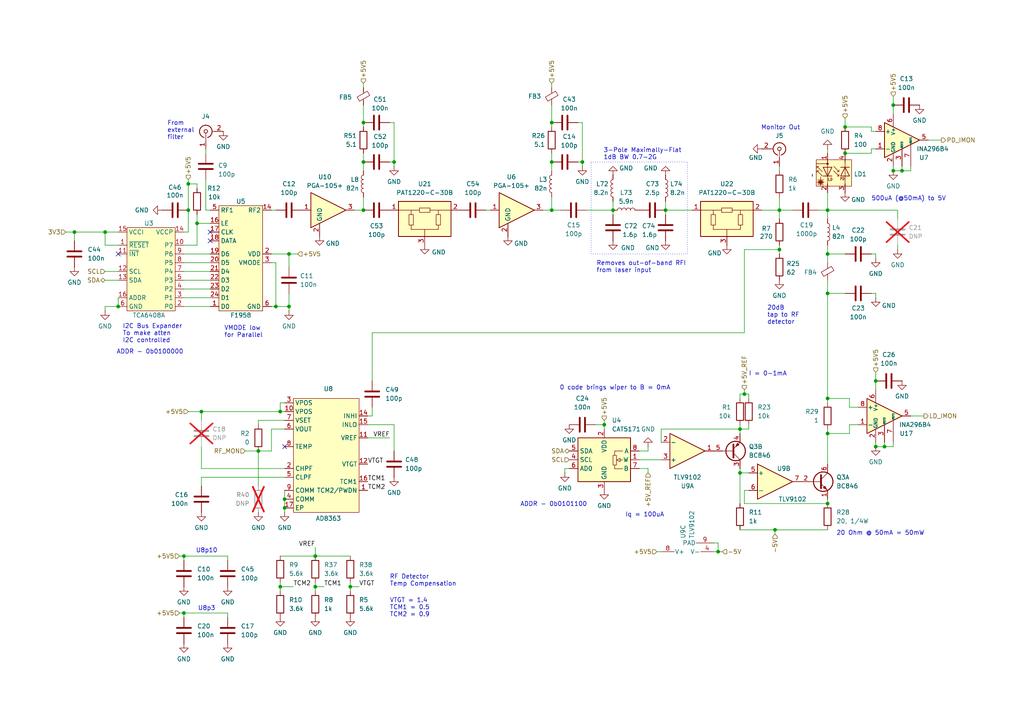
<source format=kicad_sch>
(kicad_sch (version 20250114) (generator "eeschema") (generator_version "9.0")
  (paper "A4")
  (title_block (title "FTX schematic") (date "2024-07-01") (rev "4") (company "Caltech") (comment 1 "Kiran Shila") (comment 2 "Drawing ASP-310") (comment 3 "DSA2000"))
  (rectangle (start 171.45 46.99) (end 199.39 73.66) (stroke (width 0) (type dot)))
  (text "3-Pole Maximally-Flat\n1dB BW 0.7-2G" (at 175.006 46.482 0) (effects (font (size 1.27 1.27)) (justify left bottom)))
  (text "I = 0-1mA" (at 217.17 109.22 0) (effects (font (size 1.27 1.27)) (justify left bottom)))
  (text "20dB\ntap to RF\ndetector" (at 222.504 94.234 0) (effects (font (size 1.27 1.27)) (justify left bottom)))
  (text "0 code brings wiper to B = 0mA\n" (at 162.306 113.284 0) (effects (font (size 1.27 1.27)) (justify left bottom)))
  (text "Monitor Out" (at 220.726 37.846 0) (effects (font (size 1.27 1.27)) (justify left bottom)))
  (text "ADDR - 0b0100000" (at 33.782 102.87 0) (effects (font (size 1.27 1.27)) (justify left bottom)))
  (text "Removes out-of-band RFI\nfrom laser input" (at 172.974 79.248 0) (effects (font (size 1.27 1.27)) (justify left bottom)))
  (text "RF Detector\nTemp Compensation" (at 113.03 170.18 0) (effects (font (size 1.27 1.27)) (justify left bottom)))
  (text "ADDR - 0b0101100" (at 150.876 147.066 0) (effects (font (size 1.27 1.27)) (justify left bottom)))
  (text "U8p10" (at 59.944 159.766 0) (effects (font (size 1.27 1.27))))
  (text "500uA (@50mA) to 5V" (at 252.73 58.42 0) (effects (font (size 1.27 1.27)) (justify left bottom)))
  (text "U8p3" (at 59.944 176.53 0) (effects (font (size 1.27 1.27))))
  (text "Iq = 100uA" (at 181.356 150.114 0) (effects (font (size 1.27 1.27)) (justify left bottom)))
  (text "VMODE low\nfor Parallel" (at 65.024 98.044 0) (effects (font (size 1.27 1.27)) (justify left bottom)))
  (text "20 Ohm @ 50mA = 50mW" (at 242.57 155.448 0) (effects (font (size 1.27 1.27)) (justify left bottom)))
  (text "I2C Bus Expander\nTo make atten\nI2C controlled" (at 35.56 99.568 0) (effects (font (size 1.27 1.27)) (justify left bottom)))
  (text "VTGT = 1.4\nTCM1 = 0.5\nTCM2 = 0.9" (at 113.03 179.07 0) (effects (font (size 1.27 1.27)) (justify left bottom)))
  (text "From\nexternal\nfilter" (at 48.514 40.64 0) (effects (font (size 1.27 1.27)) (justify left bottom)))
  (junction (at 105.41 46.99))
  (junction (at 53.34 177.8))
  (junction (at 240.03 73.66))
  (junction (at 160.02 46.99))
  (junction (at 105.41 35.56))
  (junction (at 83.82 88.9))
  (junction (at 226.06 60.96))
  (junction (at 175.26 123.19))
  (junction (at 91.44 161.29))
  (junction (at 245.11 44.45))
  (junction (at 74.93 130.81))
  (junction (at 82.55 144.78))
  (junction (at 105.41 60.96))
  (junction (at 259.08 30.48))
  (junction (at 160.02 35.56))
  (junction (at 21.59 67.31))
  (junction (at 81.28 170.18))
  (junction (at 83.82 73.66))
  (junction (at 34.29 88.9))
  (junction (at 208.28 160.02))
  (junction (at 53.34 161.29))
  (junction (at 214.63 137.16))
  (junction (at 91.44 170.18))
  (junction (at 58.42 119.38))
  (junction (at 160.02 60.96))
  (junction (at 214.63 124.46))
  (junction (at 226.06 72.39))
  (junction (at 256.54 129.54))
  (junction (at 81.28 119.38))
  (junction (at 259.08 49.53))
  (junction (at 114.3 46.99))
  (junction (at 57.15 64.77))
  (junction (at 54.61 53.34))
  (junction (at 82.55 147.32))
  (junction (at 101.6 170.18))
  (junction (at 168.91 46.99))
  (junction (at 215.9 114.3))
  (junction (at 54.61 60.96))
  (junction (at 240.03 125.73))
  (junction (at 224.79 153.67))
  (junction (at 240.03 60.96))
  (junction (at 80.01 88.9))
  (junction (at 240.03 85.09))
  (junction (at 261.62 49.53))
  (junction (at 254 110.49))
  (junction (at 254 129.54))
  (junction (at 177.8 60.96))
  (junction (at 240.03 146.05))
  (junction (at 240.03 115.57))
  (junction (at 193.04 60.96))
  (junction (at 245.11 36.83))
  (junction (at 30.48 67.31))
  (no_connect (at 34.29 73.66))
  (no_connect (at 60.96 67.31))
  (no_connect (at 82.55 129.54))
  (no_connect (at 60.96 69.85))
  (wire (pts (xy 224.79 153.67) (xy 224.79 154.94)))
  (wire (pts (xy 260.35 60.96) (xy 240.03 60.96)))
  (wire (pts (xy 105.41 44.45) (xy 105.41 46.99)))
  (wire (pts (xy 224.79 153.67) (xy 240.03 153.67)))
  (wire (pts (xy 246.38 125.73) (xy 240.03 125.73)))
  (wire (pts (xy 91.44 170.18) (xy 91.44 171.45)))
  (wire (pts (xy 105.41 57.15) (xy 105.41 60.96)))
  (wire (pts (xy 217.17 114.3) (xy 217.17 115.57)))
  (wire (pts (xy 252.73 36.83) (xy 245.11 36.83)))
  (wire (pts (xy 21.59 67.31) (xy 21.59 69.85)))
  (wire (pts (xy 91.44 158.75) (xy 91.44 161.29)))
  (wire (pts (xy 58.42 135.89) (xy 58.42 129.54)))
  (wire (pts (xy 105.41 46.99) (xy 105.41 49.53)))
  (wire (pts (xy 81.28 170.18) (xy 85.09 170.18)))
  (wire (pts (xy 78.74 88.9) (xy 80.01 88.9)))
  (wire (pts (xy 81.28 116.84) (xy 81.28 119.38)))
  (wire (pts (xy 83.82 73.66) (xy 86.36 73.66)))
  (wire (pts (xy 240.03 81.28) (xy 240.03 85.09)))
  (wire (pts (xy 259.08 128.27) (xy 259.08 129.54)))
  (wire (pts (xy 245.11 85.09) (xy 240.03 85.09)))
  (wire (pts (xy 160.02 44.45) (xy 160.02 46.99)))
  (wire (pts (xy 54.61 53.34) (xy 54.61 60.96)))
  (wire (pts (xy 269.24 40.64) (xy 273.05 40.64)))
  (wire (pts (xy 252.73 43.18) (xy 252.73 44.45)))
  (wire (pts (xy 81.28 161.29) (xy 91.44 161.29)))
  (wire (pts (xy 91.44 168.91) (xy 91.44 170.18)))
  (wire (pts (xy 215.9 142.24) (xy 215.9 146.05)))
  (wire (pts (xy 105.41 30.48) (xy 105.41 35.56)))
  (wire (pts (xy 254 107.95) (xy 254 110.49)))
  (wire (pts (xy 58.42 121.92) (xy 58.42 119.38)))
  (wire (pts (xy 140.97 60.96) (xy 142.24 60.96)))
  (wire (pts (xy 246.38 115.57) (xy 240.03 115.57)))
  (wire (pts (xy 237.49 60.96) (xy 240.03 60.96)))
  (wire (pts (xy 54.61 67.31) (xy 53.34 67.31)))
  (wire (pts (xy 215.9 142.24) (xy 217.17 142.24)))
  (wire (pts (xy 93.98 170.18) (xy 91.44 170.18)))
  (wire (pts (xy 254 38.1) (xy 252.73 38.1)))
  (wire (pts (xy 113.03 46.99) (xy 114.3 46.99)))
  (wire (pts (xy 167.64 46.99) (xy 168.91 46.99)))
  (wire (pts (xy 190.5 160.02) (xy 191.77 160.02)))
  (wire (pts (xy 81.28 168.91) (xy 81.28 170.18)))
  (wire (pts (xy 246.38 123.19) (xy 246.38 125.73)))
  (wire (pts (xy 113.03 35.56) (xy 114.3 35.56)))
  (wire (pts (xy 175.26 121.92) (xy 175.26 123.19)))
  (wire (pts (xy 57.15 54.61) (xy 57.15 53.34)))
  (wire (pts (xy 260.35 60.96) (xy 260.35 63.5)))
  (wire (pts (xy 240.03 43.18) (xy 240.03 44.45)))
  (wire (pts (xy 52.07 161.29) (xy 53.34 161.29)))
  (wire (pts (xy 240.03 55.88) (xy 240.03 60.96)))
  (wire (pts (xy 80.01 76.2) (xy 80.01 88.9)))
  (wire (pts (xy 191.77 128.27) (xy 191.77 124.46)))
  (wire (pts (xy 83.82 73.66) (xy 83.82 77.47)))
  (wire (pts (xy 101.6 168.91) (xy 101.6 170.18)))
  (wire (pts (xy 160.02 46.99) (xy 160.02 49.53)))
  (wire (pts (xy 34.29 71.12) (xy 30.48 71.12)))
  (wire (pts (xy 106.68 127) (xy 113.03 127)))
  (wire (pts (xy 240.03 115.57) (xy 240.03 116.84)))
  (wire (pts (xy 260.35 71.12) (xy 260.35 72.39)))
  (wire (pts (xy 53.34 177.8) (xy 66.04 177.8)))
  (wire (pts (xy 215.9 146.05) (xy 240.03 146.05)))
  (wire (pts (xy 252.73 38.1) (xy 252.73 36.83)))
  (wire (pts (xy 187.96 129.54) (xy 187.96 130.81)))
  (wire (pts (xy 172.72 123.19) (xy 175.26 123.19)))
  (wire (pts (xy 264.16 48.26) (xy 264.16 49.53)))
  (wire (pts (xy 60.96 64.77) (xy 57.15 64.77)))
  (wire (pts (xy 83.82 88.9) (xy 83.82 90.17)))
  (wire (pts (xy 177.8 60.96) (xy 177.8 62.23)))
  (wire (pts (xy 82.55 142.24) (xy 82.55 144.78)))
  (wire (pts (xy 105.41 24.13) (xy 105.41 25.4)))
  (wire (pts (xy 74.93 130.81) (xy 74.93 140.97)))
  (wire (pts (xy 254 110.49) (xy 254 113.03)))
  (wire (pts (xy 254 73.66) (xy 254 74.93)))
  (wire (pts (xy 240.03 144.78) (xy 240.03 146.05)))
  (wire (pts (xy 240.03 124.46) (xy 240.03 125.73)))
  (wire (pts (xy 54.61 119.38) (xy 58.42 119.38)))
  (wire (pts (xy 52.07 177.8) (xy 53.34 177.8)))
  (wire (pts (xy 165.1 135.89) (xy 163.83 135.89)))
  (wire (pts (xy 226.06 60.96) (xy 229.87 60.96)))
  (wire (pts (xy 105.41 35.56) (xy 105.41 36.83)))
  (wire (pts (xy 175.26 123.19) (xy 175.26 124.46)))
  (wire (pts (xy 259.08 48.26) (xy 259.08 49.53)))
  (wire (pts (xy 254 128.27) (xy 254 129.54)))
  (wire (pts (xy 160.02 24.13) (xy 160.02 25.4)))
  (wire (pts (xy 21.59 67.31) (xy 30.48 67.31)))
  (wire (pts (xy 261.62 49.53) (xy 259.08 49.53)))
  (wire (pts (xy 34.29 67.31) (xy 30.48 67.31)))
  (wire (pts (xy 114.3 35.56) (xy 114.3 46.99)))
  (wire (pts (xy 53.34 86.36) (xy 60.96 86.36)))
  (wire (pts (xy 57.15 64.77) (xy 57.15 71.12)))
  (wire (pts (xy 170.18 60.96) (xy 177.8 60.96)))
  (wire (pts (xy 209.55 160.02) (xy 208.28 160.02)))
  (wire (pts (xy 193.04 58.42) (xy 193.04 60.96)))
  (wire (pts (xy 34.29 78.74) (xy 30.48 78.74)))
  (wire (pts (xy 19.05 67.31) (xy 21.59 67.31)))
  (wire (pts (xy 58.42 138.43) (xy 82.55 138.43)))
  (wire (pts (xy 114.3 123.19) (xy 106.68 123.19)))
  (wire (pts (xy 66.04 161.29) (xy 66.04 162.56)))
  (wire (pts (xy 254 73.66) (xy 252.73 73.66)))
  (wire (pts (xy 114.3 46.99) (xy 114.3 48.26)))
  (wire (pts (xy 101.6 170.18) (xy 101.6 171.45)))
  (wire (pts (xy 57.15 53.34) (xy 54.61 53.34)))
  (wire (pts (xy 215.9 72.39) (xy 226.06 72.39)))
  (wire (pts (xy 59.69 60.96) (xy 60.96 60.96)))
  (wire (pts (xy 215.9 114.3) (xy 217.17 114.3)))
  (wire (pts (xy 248.92 118.11) (xy 246.38 118.11)))
  (wire (pts (xy 259.08 27.94) (xy 259.08 30.48)))
  (wire (pts (xy 81.28 119.38) (xy 82.55 119.38)))
  (wire (pts (xy 168.91 35.56) (xy 168.91 46.99)))
  (wire (pts (xy 163.83 135.89) (xy 163.83 137.16)))
  (wire (pts (xy 107.95 118.11) (xy 107.95 120.65)))
  (wire (pts (xy 82.55 116.84) (xy 81.28 116.84)))
  (wire (pts (xy 160.02 35.56) (xy 160.02 36.83)))
  (wire (pts (xy 187.96 135.89) (xy 187.96 137.16)))
  (wire (pts (xy 82.55 135.89) (xy 58.42 135.89)))
  (wire (pts (xy 54.61 60.96) (xy 54.61 67.31)))
  (wire (pts (xy 214.63 114.3) (xy 215.9 114.3)))
  (wire (pts (xy 74.93 123.19) (xy 74.93 121.92)))
  (wire (pts (xy 107.95 120.65) (xy 106.68 120.65)))
  (wire (pts (xy 102.87 60.96) (xy 105.41 60.96)))
  (wire (pts (xy 191.77 124.46) (xy 214.63 124.46)))
  (wire (pts (xy 53.34 71.12) (xy 57.15 71.12)))
  (wire (pts (xy 214.63 115.57) (xy 214.63 114.3)))
  (wire (pts (xy 168.91 46.99) (xy 168.91 48.26)))
  (wire (pts (xy 78.74 76.2) (xy 80.01 76.2)))
  (wire (pts (xy 91.44 161.29) (xy 101.6 161.29)))
  (wire (pts (xy 256.54 129.54) (xy 254 129.54)))
  (wire (pts (xy 226.06 48.26) (xy 226.06 49.53)))
  (wire (pts (xy 207.01 157.48) (xy 208.28 157.48)))
  (wire (pts (xy 59.69 44.45) (xy 59.69 43.18)))
  (wire (pts (xy 208.28 160.02) (xy 207.01 160.02)))
  (wire (pts (xy 53.34 83.82) (xy 60.96 83.82)))
  (wire (pts (xy 53.34 76.2) (xy 60.96 76.2)))
  (wire (pts (xy 245.11 73.66) (xy 240.03 73.66)))
  (wire (pts (xy 74.93 130.81) (xy 78.74 130.81)))
  (wire (pts (xy 185.42 135.89) (xy 187.96 135.89)))
  (wire (pts (xy 34.29 81.28) (xy 30.48 81.28)))
  (wire (pts (xy 83.82 85.09) (xy 83.82 88.9)))
  (wire (pts (xy 177.8 58.42) (xy 177.8 60.96)))
  (wire (pts (xy 252.73 43.18) (xy 254 43.18)))
  (wire (pts (xy 214.63 135.89) (xy 214.63 137.16)))
  (wire (pts (xy 81.28 170.18) (xy 81.28 171.45)))
  (wire (pts (xy 157.48 60.96) (xy 160.02 60.96)))
  (wire (pts (xy 226.06 60.96) (xy 226.06 57.15)))
  (wire (pts (xy 34.29 88.9) (xy 30.48 88.9)))
  (wire (pts (xy 30.48 88.9) (xy 30.48 90.17)))
  (wire (pts (xy 66.04 177.8) (xy 66.04 179.07)))
  (wire (pts (xy 80.01 88.9) (xy 83.82 88.9)))
  (wire (pts (xy 71.12 130.81) (xy 74.93 130.81)))
  (wire (pts (xy 193.04 60.96) (xy 193.04 62.23)))
  (wire (pts (xy 53.34 161.29) (xy 53.34 162.56)))
  (wire (pts (xy 208.28 160.02) (xy 208.28 157.48)))
  (wire (pts (xy 187.96 130.81) (xy 185.42 130.81)))
  (wire (pts (xy 240.03 63.5) (xy 240.03 60.96)))
  (wire (pts (xy 256.54 128.27) (xy 256.54 129.54)))
  (wire (pts (xy 58.42 138.43) (xy 58.42 140.97)))
  (wire (pts (xy 214.63 123.19) (xy 214.63 124.46)))
  (wire (pts (xy 226.06 60.96) (xy 226.06 63.5)))
  (wire (pts (xy 254 86.36) (xy 254 85.09)))
  (wire (pts (xy 214.63 137.16) (xy 214.63 146.05)))
  (wire (pts (xy 78.74 124.46) (xy 82.55 124.46)))
  (wire (pts (xy 215.9 72.39) (xy 215.9 96.52)))
  (wire (pts (xy 264.16 120.65) (xy 267.97 120.65)))
  (wire (pts (xy 246.38 118.11) (xy 246.38 115.57)))
  (wire (pts (xy 82.55 144.78) (xy 82.55 147.32)))
  (wire (pts (xy 167.64 35.56) (xy 168.91 35.56)))
  (wire (pts (xy 107.95 96.52) (xy 107.95 110.49)))
  (wire (pts (xy 214.63 124.46) (xy 214.63 125.73)))
  (wire (pts (xy 160.02 60.96) (xy 162.56 60.96)))
  (wire (pts (xy 78.74 73.66) (xy 83.82 73.66)))
  (wire (pts (xy 30.48 71.12) (xy 30.48 67.31)))
  (wire (pts (xy 53.34 73.66) (xy 60.96 73.66)))
  (wire (pts (xy 240.03 71.12) (xy 240.03 73.66)))
  (wire (pts (xy 252.73 44.45) (xy 245.11 44.45)))
  (wire (pts (xy 53.34 81.28) (xy 60.96 81.28)))
  (wire (pts (xy 54.61 52.07) (xy 54.61 53.34)))
  (wire (pts (xy 215.9 113.03) (xy 215.9 114.3)))
  (wire (pts (xy 185.42 133.35) (xy 191.77 133.35)))
  (wire (pts (xy 264.16 49.53) (xy 261.62 49.53)))
  (wire (pts (xy 254 85.09) (xy 252.73 85.09)))
  (wire (pts (xy 248.92 123.19) (xy 246.38 123.19)))
  (wire (pts (xy 53.34 177.8) (xy 53.34 179.07)))
  (wire (pts (xy 240.03 73.66) (xy 240.03 76.2)))
  (wire (pts (xy 78.74 60.96) (xy 80.01 60.96)))
  (wire (pts (xy 114.3 123.19) (xy 114.3 130.81)))
  (wire (pts (xy 226.06 72.39) (xy 226.06 73.66)))
  (wire (pts (xy 160.02 57.15) (xy 160.02 60.96)))
  (wire (pts (xy 261.62 48.26) (xy 261.62 49.53)))
  (wire (pts (xy 226.06 71.12) (xy 226.06 72.39)))
  (wire (pts (xy 215.9 96.52) (xy 107.95 96.52)))
  (wire (pts (xy 193.04 60.96) (xy 200.66 60.96)))
  (wire (pts (xy 53.34 161.29) (xy 66.04 161.29)))
  (wire (pts (xy 74.93 121.92) (xy 82.55 121.92)))
  (wire (pts (xy 53.34 78.74) (xy 60.96 78.74)))
  (wire (pts (xy 58.42 119.38) (xy 81.28 119.38)))
  (wire (pts (xy 220.98 60.96) (xy 226.06 60.96)))
  (wire (pts (xy 214.63 137.16) (xy 217.17 137.16)))
  (wire (pts (xy 259.08 30.48) (xy 259.08 33.02)))
  (wire (pts (xy 101.6 170.18) (xy 104.14 170.18)))
  (wire (pts (xy 53.34 88.9) (xy 60.96 88.9)))
  (wire (pts (xy 259.08 129.54) (xy 256.54 129.54)))
  (wire (pts (xy 59.69 60.96) (xy 59.69 52.07)))
  (wire (pts (xy 160.02 30.48) (xy 160.02 35.56)))
  (wire (pts (xy 217.17 123.19) (xy 217.17 124.46)))
  (wire (pts (xy 57.15 62.23) (xy 57.15 64.77)))
  (wire (pts (xy 214.63 153.67) (xy 224.79 153.67)))
  (wire (pts (xy 240.03 85.09) (xy 240.03 115.57)))
  (wire (pts (xy 82.55 148.59) (xy 82.55 147.32)))
  (wire (pts (xy 34.29 86.36) (xy 34.29 88.9)))
  (wire (pts (xy 245.11 34.29) (xy 245.11 36.83)))
  (wire (pts (xy 78.74 124.46) (xy 78.74 130.81)))
  (wire (pts (xy 240.03 125.73) (xy 240.03 134.62)))
  (wire (pts (xy 217.17 124.46) (xy 214.63 124.46)))
  (label "TCM1" (at 106.68 139.7 0))
  (label "VREF" (at 113.03 127 180))
  (label "TCM2" (at 85.09 170.18 0))
  (label "VTGT" (at 106.68 134.62 0))
  (label "VREF" (at 91.44 158.75 180))
  (label "TCM2" (at 106.68 142.24 0))
  (label "TCM1" (at 93.98 170.18 0))
  (label "VTGT" (at 104.14 170.18 0))
  (hierarchical_label "+5V5" (shape input) (at 54.61 119.38 180))
  (hierarchical_label "+5V5" (shape input) (at 259.08 27.94 90))
  (hierarchical_label "SCL" (shape input) (at 30.48 78.74 180))
  (hierarchical_label "+5V5" (shape input) (at 160.02 24.13 90))
  (hierarchical_label "+5V5" (shape input) (at 175.26 121.92 90))
  (hierarchical_label "+5V5" (shape input) (at 105.41 24.13 90))
  (hierarchical_label "SCL" (shape input) (at 165.1 133.35 180))
  (hierarchical_label "+5V_REF" (shape input) (at 215.9 113.03 90))
  (hierarchical_label "+5V5" (shape input) (at 190.5 160.02 180))
  (hierarchical_label "3V3" (shape input) (at 19.05 67.31 180))
  (hierarchical_label "SDA" (shape bidirectional) (at 30.48 81.28 180))
  (hierarchical_label "LD_IMON" (shape output) (at 267.97 120.65 0))
  (hierarchical_label "PD_IMON" (shape output) (at 273.05 40.64 0))
  (hierarchical_label "+5V5" (shape input) (at 254 107.95 90))
  (hierarchical_label "-5V" (shape input) (at 224.79 154.94 270))
  (hierarchical_label "+5V5" (shape input) (at 52.07 177.8 180))
  (hierarchical_label "+5V5" (shape input) (at 52.07 161.29 180))
  (hierarchical_label "+5V5" (shape input) (at 86.36 73.66 0))
  (hierarchical_label "SDA" (shape bidirectional) (at 165.1 130.81 180))
  (hierarchical_label "+5V5" (shape input) (at 54.61 52.07 90))
  (hierarchical_label "RF_MON" (shape input) (at 71.12 130.81 180))
  (hierarchical_label "+5V5" (shape input) (at 245.11 34.29 90))
  (hierarchical_label "+5V_REF" (shape input) (at 187.96 137.16 270))
  (hierarchical_label "-5V" (shape input) (at 209.55 160.02 0))
  (symbol (lib_id "Device:R") (at 91.44 175.26 0) (unit 1)
    (property "Reference" "R8" (at 93.98 173.99 0) (effects (justify left)))
    (property "Value" "1k" (at 93.98 176.53 0) (effects (justify left)))
    (property "Footprint" "Resistor_SMD:R_0402_1005Metric" (effects (hide yes)))
    (property "Description" "Resistor" (effects (hide yes)))
    (property "MPN" "RC0402FR-071KL" (effects (hide yes)))
  )
  (symbol (lib_id "RF:PAT1220-C-3DB") (at 123.19 63.5 0) (unit 1)
    (property "Reference" "U21" (at 123.19 53.34 0))
    (property "Value" "PAT1220-C-3DB" (at 123.19 55.88 0))
    (property "Footprint" "DSA2K:RF_Attenuator_Susumu_PAT1220" (effects (hide yes)))
    (property "Datasheet" "https://www.susumu.co.jp/common/pdf/n_catalog_partition16_en.pdf" (effects (hide yes)))
    (property "Description" "10GHz RF Attenuator, 50ohm Matched Impedance, 3dB Attenuation, PAT1220" (effects (hide yes)))
    (property "MPN" "PAT1220-C-3DB-T5" (effects (hide yes)))
  )
  (symbol (lib_id "Device:C") (at 83.82 81.28 0) (unit 1)
    (property "Reference" "C11" (at 86.995 80.01 0) (effects (justify left)))
    (property "Value" "100n" (at 86.995 82.55 0) (effects (justify left)))
    (property "Footprint" "Capacitor_SMD:C_0402_1005Metric" (effects (hide yes)))
    (property "Description" "Unpolarized capacitor" (effects (hide yes)))
    (property "MPN" "CL05B104KP5NNNC" (effects (hide yes)))
  )
  (symbol (lib_id "Device:C") (at 107.95 114.3 0) (unit 1)
    (property "Reference" "C49" (at 111.76 113.0299 0) (effects (justify left)))
    (property "Value" "100p" (at 111.76 115.5699 0) (effects (justify left)))
    (property "Footprint" "Capacitor_SMD:C_0402_1005Metric" (effects (hide yes)))
    (property "Description" "Unpolarized capacitor" (effects (hide yes)))
    (property "MPN" "CBR04C101J3GAC" (effects (hide yes)))
  )
  (symbol (lib_id "Device:R") (at 226.06 77.47 0) (unit 1)
    (property "Reference" "R25" (at 228.092 76.454 0) (effects (justify left)))
    (property "Value" "62" (at 228.092 78.994 0) (effects (justify left)))
    (property "Footprint" "Resistor_SMD:R_0402_1005Metric" (effects (hide yes)))
    (property "Description" "Resistor" (effects (hide yes)))
    (property "MPN" "RC0402FR-0762RL" (effects (hide yes)))
  )
  (symbol (lib_id "Device:R") (at 81.28 165.1 0) (unit 1)
    (property "Reference" "R9" (at 83.82 163.83 0) (effects (justify left)))
    (property "Value" "5.6k" (at 83.82 166.37 0) (effects (justify left)))
    (property "Footprint" "Resistor_SMD:R_0402_1005Metric" (effects (hide yes)))
    (property "Description" "Resistor" (effects (hide yes)))
    (property "MPN" "RC0402FR-075K6L" (effects (hide yes)))
  )
  (symbol (lib_id "power:GND") (at 101.6 179.07 0) (unit 1)
    (property "Reference" "#PWR029" (effects (hide yes)))
    (property "Value" "GND" (at 101.6 183.515 0))
    (property "Description" "Power symbol creates a global label with name \"GND\" , ground" (effects (hide yes)))
  )
  (symbol (lib_id "Device:R") (at 226.06 53.34 0) (unit 1)
    (property "Reference" "R6" (at 228.6 52.07 0) (effects (justify left)))
    (property "Value" "1k" (at 228.6 54.61 0) (effects (justify left)))
    (property "Footprint" "Resistor_SMD:R_0402_1005Metric" (effects (hide yes)))
    (property "Description" "Resistor" (effects (hide yes)))
    (property "MPN" "RC0402FR-071KL" (effects (hide yes)))
  )
  (symbol (lib_id "power:GND") (at 226.06 81.28 0) (unit 1)
    (property "Reference" "#PWR070" (effects (hide yes)))
    (property "Value" "GND" (at 226.06 85.725 0))
    (property "Description" "Power symbol creates a global label with name \"GND\" , ground" (effects (hide yes)))
  )
  (symbol (lib_id "Device:FerriteBead_Small") (at 105.41 27.94 0) (mirror y) (unit 1)
    (property "Reference" "FB5" (at 102.108 28.194 0) (effects (justify left)))
    (property "Value" "BLM15PG100SN1D" (effects (hide yes)))
    (property "Footprint" "Inductor_SMD:L_0402_1005Metric" (effects (hide yes)))
    (property "Datasheet" "https://www.murata.com/en-us/products/productdata/8796740059166/ENFA0018.pdf" (effects (hide yes)))
    (property "Description" "Ferrite bead, small symbol" (effects (hide yes)))
    (property "MPN" "BLM15PG100SN1D" (effects (hide yes)))
  )
  (symbol (lib_id "Transistor_BJT:BC846BPDW1") (at 237.49 139.7 0) (unit 1)
    (property "Reference" "Q3" (at 242.57 138.43 0) (effects (justify left)))
    (property "Value" "BC846" (at 242.57 140.97 0) (effects (justify left)))
    (property "Footprint" "Package_TO_SOT_SMD:SOT-363_SC-70-6" (effects (hide yes)))
    (property "Datasheet" "http://www.onsemi.com/pub_link/Collateral/BC846BPDW1T1-D.PDF" (effects (hide yes)))
    (property "Description" "100mA IC, 65V Vce, Dual NPN/PNP Transistors, SOT-363" (effects (hide yes)))
    (property "MPN" "BC846BPDW1T1G" (effects (hide yes)))
  )
  (symbol (lib_id "Device:R") (at 160.02 40.64 0) (mirror y) (unit 1)
    (property "Reference" "R26" (at 158.115 39.37 0) (effects (justify left)))
    (property "Value" "5.1" (at 158.115 41.91 0) (effects (justify left)))
    (property "Footprint" "Resistor_SMD:R_0402_1005Metric" (effects (hide yes)))
    (property "Description" "Resistor" (effects (hide yes)))
    (property "MPN" "ERJ-2GEJ5R1X" (effects (hide yes)))
  )
  (symbol (lib_id "Device:R") (at 217.17 119.38 0) (unit 1)
    (property "Reference" "R23" (at 219.71 118.11 0) (effects (justify left)))
    (property "Value" "10k" (at 219.71 120.65 0) (effects (justify left)))
    (property "Footprint" "Resistor_SMD:R_0402_1005Metric" (effects (hide yes)))
    (property "Description" "Resistor" (effects (hide yes)))
    (property "MPN" "RC0402FR-0710KL" (effects (hide yes)))
  )
  (symbol (lib_id "Device:C") (at 248.92 73.66 90) (unit 1)
    (property "Reference" "C22" (at 248.92 66.802 90))
    (property "Value" "100p" (at 248.92 69.342 90))
    (property "Footprint" "Capacitor_SMD:C_0402_1005Metric" (effects (hide yes)))
    (property "Description" "Unpolarized capacitor" (effects (hide yes)))
    (property "MPN" "CBR04C101J3GAC" (effects (hide yes)))
  )
  (symbol (lib_id "power:GND") (at 147.32 68.58 0) (unit 1)
    (property "Reference" "#PWR033" (effects (hide yes)))
    (property "Value" "GND" (at 151.13 70.612 0))
    (property "Description" "Power symbol creates a global label with name \"GND\" , ground" (effects (hide yes)))
  )
  (symbol (lib_id "power:GND") (at 245.11 55.88 0) (unit 1)
    (property "Reference" "#PWR076" (effects (hide yes)))
    (property "Value" "GND" (at 248.92 57.912 0))
    (property "Description" "Power symbol creates a global label with name \"GND\" , ground" (effects (hide yes)))
  )
  (symbol (lib_id "Device:R") (at 101.6 175.26 0) (unit 1)
    (property "Reference" "R5" (at 104.14 173.99 0) (effects (justify left)))
    (property "Value" "5.6k" (at 104.14 176.53 0) (effects (justify left)))
    (property "Footprint" "Resistor_SMD:R_0402_1005Metric" (effects (hide yes)))
    (property "Description" "Resistor" (effects (hide yes)))
    (property "MPN" "RC0402FR-075K6L" (effects (hide yes)))
  )
  (symbol (lib_id "Device:C") (at 260.35 67.31 0) (unit 1) (in_bom no) (dnp yes)
    (property "Reference" "C21" (at 263.525 66.04 0) (effects (justify left)))
    (property "Value" "DNP" (at 263.525 68.58 0) (effects (justify left)))
    (property "Footprint" "Capacitor_SMD:C_0402_1005Metric" (effects (hide yes)))
    (property "Description" "Unpolarized capacitor" (effects (hide yes)))
  )
  (symbol (lib_id "Device:C") (at 189.23 60.96 90) (unit 1)
    (property "Reference" "C73" (at 189.23 53.34 90))
    (property "Value" "2.5p" (at 189.23 55.88 90))
    (property "Footprint" "Capacitor_SMD:C_0402_1005Metric" (effects (hide yes)))
    (property "Description" "Unpolarized capacitor" (effects (hide yes)))
    (property "MPN" "GJM1555C1H2R5WB01D" (effects (hide yes)))
  )
  (symbol (lib_id "DSA2K:CAT5171") (at 175.26 133.35 0) (unit 1)
    (property "Reference" "U4" (at 177.4541 121.92 0) (effects (justify left)))
    (property "Value" "CAT5171" (at 177.4541 124.46 0) (effects (justify left)))
    (property "Footprint" "Package_TO_SOT_SMD:SOT-23-8" (effects (hide yes)))
    (property "Datasheet" "https://www.onsemi.com/pdf/datasheet/cat5171-d.pdf" (effects (hide yes)))
    (property "Description" "256-Position I2C-Compatible Digital Potentiometer" (effects (hide yes)))
    (property "MPN" "CAT5171TBI-50GT3" (effects (hide yes)))
  )
  (symbol (lib_id "power:GND") (at 66.04 186.69 0) (unit 1)
    (property "Reference" "#PWR022" (effects (hide yes)))
    (property "Value" "GND" (at 66.04 191.135 0))
    (property "Description" "Power symbol creates a global label with name \"GND\" , ground" (effects (hide yes)))
  )
  (symbol (lib_id "Device:C") (at 248.92 85.09 90) (unit 1)
    (property "Reference" "C23" (at 248.92 89.408 90))
    (property "Value" "100n" (at 248.92 91.948 90))
    (property "Footprint" "Capacitor_SMD:C_0402_1005Metric" (effects (hide yes)))
    (property "Description" "Unpolarized capacitor" (effects (hide yes)))
    (property "MPN" "CL05B104KP5NNNC" (effects (hide yes)))
  )
  (symbol (lib_id "Device:C") (at 163.83 35.56 90) (unit 1)
    (property "Reference" "C43" (at 165.1 28.829 90))
    (property "Value" "100n" (at 165.1 31.369 90))
    (property "Footprint" "Capacitor_SMD:C_0402_1005Metric" (effects (hide yes)))
    (property "Description" "Unpolarized capacitor" (effects (hide yes)))
    (property "MPN" "CL05B104KP5NNNC" (effects (hide yes)))
  )
  (symbol (lib_id "Device:C") (at 168.91 123.19 270) (unit 1)
    (property "Reference" "C24" (at 168.91 115.57 90))
    (property "Value" "100n" (at 168.91 118.11 90))
    (property "Footprint" "Capacitor_SMD:C_0402_1005Metric" (effects (hide yes)))
    (property "Description" "Unpolarized capacitor" (effects (hide yes)))
    (property "MPN" "CL05B104KP5NNNC" (effects (hide yes)))
  )
  (symbol (lib_id "power:GND") (at 177.8 69.85 0) (unit 1)
    (property "Reference" "#PWR039" (effects (hide yes)))
    (property "Value" "GND" (at 182.118 71.882 0))
    (property "Description" "Power symbol creates a global label with name \"GND\" , ground" (effects (hide yes)))
  )
  (symbol (lib_id "Device:C") (at 59.69 48.26 0) (unit 1)
    (property "Reference" "C9" (at 63.246 48.006 0) (effects (justify left)))
    (property "Value" "100p" (at 63.246 50.546 0) (effects (justify left)))
    (property "Footprint" "Capacitor_SMD:C_0402_1005Metric" (effects (hide yes)))
    (property "Description" "Unpolarized capacitor" (effects (hide yes)))
    (property "MPN" "CBR04C101J3GAC" (effects (hide yes)))
  )
  (symbol (lib_id "power:GND") (at 66.04 170.18 0) (unit 1)
    (property "Reference" "#PWR021" (effects (hide yes)))
    (property "Value" "GND" (at 66.04 174.625 0))
    (property "Description" "Power symbol creates a global label with name \"GND\" , ground" (effects (hide yes)))
  )
  (symbol (lib_id "DSA2K:ADL5611") (at 149.86 60.96 0) (unit 1)
    (property "Reference" "U6" (at 148.336 51.308 0))
    (property "Value" "PGA-105+" (at 148.336 53.848 0))
    (property "Footprint" "DSA2K:SOT89-HighTemp" (effects (hide yes)))
    (property "Datasheet" "https://www.minicircuits.com/pdfs/PGA-105+.pdf" (effects (hide yes)))
    (property "Description" "40 MHz to 2.6 GHz low-noise amplifier" (effects (hide yes)))
    (property "MPN" "PGA-105+" (effects (hide yes)))
  )
  (symbol (lib_id "Device:R") (at 240.03 149.86 0) (unit 1)
    (property "Reference" "R28" (at 242.57 148.59 0) (effects (justify left)))
    (property "Value" "20, 1/4W" (at 242.57 151.13 0) (effects (justify left)))
    (property "Footprint" "Resistor_SMD:R_1206_3216Metric" (effects (hide yes)))
    (property "Description" "Resistor" (effects (hide yes)))
    (property "MPN" "RC1206FR-0720RL" (effects (hide yes)))
  )
  (symbol (lib_id "power:GND") (at 123.19 71.12 0) (unit 1)
    (property "Reference" "#PWR032" (effects (hide yes)))
    (property "Value" "GND" (at 127.254 73.152 0))
    (property "Description" "Power symbol creates a global label with name \"GND\" , ground" (effects (hide yes)))
  )
  (symbol (lib_id "DSA2K:F1958") (at 69.85 74.93 0) (unit 1)
    (property "Reference" "U5" (at 69.85 58.42 0))
    (property "Value" "F1958" (at 69.85 91.44 0))
    (property "Footprint" "Package_DFN_QFN:TQFN-24-1EP_4x4mm_P0.5mm_EP2.6x2.6mm_ThermalVias" (effects (hide yes)))
    (property "Datasheet" "https://www.renesas.com/us/en/document/dst/f1958-datasheet?r=456991" (effects (hide yes)))
    (property "Description" "7-Bit 0.25dB Digital Step Attenuator 1MHz to 6GHz" (effects (hide yes)))
    (property "MPN" "F1958NBGK" (effects (hide yes)))
  )
  (symbol (lib_id "Device:L") (at 240.03 67.31 0) (unit 1)
    (property "Reference" "L4" (at 241.3 66.04 0) (effects (justify left)))
    (property "Value" "82n" (at 241.3 68.58 0) (effects (justify left)))
    (property "Footprint" "Inductor_SMD:L_0402_1005Metric" (effects (hide yes)))
    (property "Description" "Inductor" (effects (hide yes)))
    (property "MPN" "LQW15AN82NG00D" (effects (hide yes)))
  )
  (symbol (lib_id "Connector:Conn_Coaxial") (at 226.06 43.18 270) (mirror x) (unit 1)
    (property "Reference" "J5" (at 226.06 39.37 90))
    (property "Value" "Conn_Coaxial" (effects (hide yes)))
    (property "Footprint" "DSA2K:SMA_4Layer" (effects (hide yes)))
    (property "Description" "coaxial connector (BNC, SMA, SMB, SMC, Cinch/RCA, LEMO, ...)" (effects (hide yes)))
    (property "MPN" "DL-SMA-KS13-08K " (effects (hide yes)))
  )
  (symbol (lib_id "Device:C") (at 53.34 182.88 0) (unit 1)
    (property "Reference" "C20" (at 57.15 181.61 0) (effects (justify left)))
    (property "Value" "100n" (at 57.15 184.15 0) (effects (justify left)))
    (property "Footprint" "Capacitor_SMD:C_0402_1005Metric" (effects (hide yes)))
    (property "Description" "Unpolarized capacitor" (effects (hide yes)))
    (property "MPN" "CL05B104KP5NNNC" (effects (hide yes)))
  )
  (symbol (lib_id "Device:R") (at 57.15 58.42 0) (mirror y) (unit 1)
    (property "Reference" "R12" (at 64.008 54.61 0) (effects (justify left)))
    (property "Value" "10k" (at 64.008 57.15 0) (effects (justify left)))
    (property "Footprint" "Resistor_SMD:R_0402_1005Metric" (effects (hide yes)))
    (property "Description" "Resistor" (effects (hide yes)))
    (property "MPN" "RC0402FR-0710KL" (effects (hide yes)))
  )
  (symbol (lib_id "power:GND") (at 53.34 186.69 0) (unit 1)
    (property "Reference" "#PWR018" (effects (hide yes)))
    (property "Value" "GND" (at 53.34 191.135 0))
    (property "Description" "Power symbol creates a global label with name \"GND\" , ground" (effects (hide yes)))
  )
  (symbol (lib_id "Device:L") (at 181.61 60.96 90) (unit 1)
    (property "Reference" "L73" (at 181.61 55.88 90))
    (property "Value" "5.9n" (at 181.61 58.42 90))
    (property "Footprint" "Inductor_SMD:L_0402_1005Metric" (effects (hide yes)))
    (property "Description" "Inductor" (effects (hide yes)))
    (property "MPN" "LQW15AN5N9B80D" (effects (hide yes)))
  )
  (symbol (lib_id "power:GND") (at 91.44 179.07 0) (unit 1)
    (property "Reference" "#PWR027" (effects (hide yes)))
    (property "Value" "GND" (at 91.44 183.515 0))
    (property "Description" "Power symbol creates a global label with name \"GND\" , ground" (effects (hide yes)))
  )
  (symbol (lib_id "Device:R") (at 214.63 119.38 0) (mirror y) (unit 1)
    (property "Reference" "R1" (at 212.09 118.11 0) (effects (justify left)))
    (property "Value" "10k" (at 212.09 120.65 0) (effects (justify left)))
    (property "Footprint" "Resistor_SMD:R_0402_1005Metric" (effects (hide yes)))
    (property "Description" "Resistor" (effects (hide yes)))
    (property "MPN" "RC0402FR-0710KL" (effects (hide yes)))
  )
  (symbol (lib_id "Device:C") (at 83.82 60.96 90) (unit 1)
    (property "Reference" "C12" (at 83.82 53.34 90))
    (property "Value" "100p" (at 83.82 55.88 90))
    (property "Footprint" "Capacitor_SMD:C_0402_1005Metric" (effects (hide yes)))
    (property "Description" "Unpolarized capacitor" (effects (hide yes)))
    (property "MPN" "CBR04C101J3GAC" (effects (hide yes)))
  )
  (symbol (lib_id "Device:L") (at 193.04 54.61 0) (unit 1)
    (property "Reference" "L74" (at 194.31 53.34 0) (effects (justify left)))
    (property "Value" "8.2n" (at 194.31 55.88 0) (effects (justify left)))
    (property "Footprint" "Inductor_SMD:L_0402_1005Metric" (effects (hide yes)))
    (property "Description" "Inductor" (effects (hide yes)))
    (property "MPN" "LQW15AN8N2G00D" (effects (hide yes)))
  )
  (symbol (lib_id "power:GND") (at 240.03 43.18 180) (unit 1)
    (property "Reference" "#PWR072" (effects (hide yes)))
    (property "Value" "GND" (at 240.03 38.1 0))
    (property "Description" "Power symbol creates a global label with name \"GND\" , ground" (effects (hide yes)))
  )
  (symbol (lib_id "DSA2K:INA296B4") (at 261.62 40.64 0) (unit 1)
    (property "Reference" "U7" (at 267.97 45.72 0))
    (property "Value" "INA296B4" (at 270.51 43.18 0))
    (property "Footprint" "Package_TO_SOT_SMD:SOT-23-8" (effects (hide yes)))
    (property "Datasheet" "https://www.ti.com/lit/ds/symlink/ina296b.pdf" (effects (hide yes)))
    (property "Description" "–5 V to 110 V, Bidirectional, 1.1 MHz, 8 V/μs, Ultra-Precise Current Sense Amplifier, SOT-23-8, G=100" (effects (hide yes)))
    (property "MPN" "INA296B4IDDFR" (effects (hide yes)))
  )
  (symbol (lib_id "Device:C") (at 137.16 60.96 90) (unit 1)
    (property "Reference" "C54" (at 137.16 53.34 90))
    (property "Value" "100p" (at 137.16 55.88 90))
    (property "Footprint" "Capacitor_SMD:C_0402_1005Metric" (effects (hide yes)))
    (property "Description" "Unpolarized capacitor" (effects (hide yes)))
    (property "MPN" "CBR04C101J3GAC" (effects (hide yes)))
  )
  (symbol (lib_id "Device:C") (at 166.37 60.96 90) (unit 1)
    (property "Reference" "C15" (at 166.37 65.278 90))
    (property "Value" "100p" (at 166.37 67.818 90))
    (property "Footprint" "Capacitor_SMD:C_0402_1005Metric" (effects (hide yes)))
    (property "Description" "Unpolarized capacitor" (effects (hide yes)))
    (property "MPN" "CBR04C101J3GAC" (effects (hide yes)))
  )
  (symbol (lib_id "power:GND") (at 210.82 71.12 0) (unit 1)
    (property "Reference" "#PWR051" (effects (hide yes)))
    (property "Value" "GND" (at 207.264 73.406 0))
    (property "Description" "Power symbol creates a global label with name \"GND\" , ground" (effects (hide yes)))
  )
  (symbol (lib_id "Device:R") (at 74.93 144.78 0) (mirror y) (unit 1) (dnp yes)
    (property "Reference" "R40" (at 72.39 143.51 0) (effects (justify left)))
    (property "Value" "DNP" (at 72.39 146.05 0) (effects (justify left)))
    (property "Footprint" "Resistor_SMD:R_0402_1005Metric" (effects (hide yes)))
    (property "Description" "Resistor" (effects (hide yes)))
  )
  (symbol (lib_id "power:GND") (at 114.3 48.26 0) (unit 1)
    (property "Reference" "#PWR030" (effects (hide yes)))
    (property "Value" "GND" (at 114.3 52.705 0))
    (property "Description" "Power symbol creates a global label with name \"GND\" , ground" (effects (hide yes)))
  )
  (symbol (lib_id "Device:C") (at 163.83 46.99 90) (unit 1)
    (property "Reference" "C14" (at 165.1 39.624 90))
    (property "Value" "100p" (at 165.1 42.164 90))
    (property "Footprint" "Capacitor_SMD:C_0402_1005Metric" (effects (hide yes)))
    (property "Description" "Unpolarized capacitor" (effects (hide yes)))
    (property "MPN" "CBR04C101J3GAC" (effects (hide yes)))
  )
  (symbol (lib_id "Device:L") (at 177.8 54.61 0) (mirror y) (unit 1)
    (property "Reference" "L72" (at 176.53 53.34 0) (effects (justify left)))
    (property "Value" "8.2n" (at 176.53 55.88 0) (effects (justify left)))
    (property "Footprint" "Inductor_SMD:L_0402_1005Metric" (effects (hide yes)))
    (property "Description" "Inductor" (effects (hide yes)))
    (property "MPN" "LQW15AN8N2G00D" (effects (hide yes)))
  )
  (symbol (lib_id "power:GND") (at 254 129.54 0) (mirror y) (unit 1)
    (property "Reference" "#PWR079" (effects (hide yes)))
    (property "Value" "GND" (at 254 133.985 0))
    (property "Description" "Power symbol creates a global label with name \"GND\" , ground" (effects (hide yes)))
  )
  (symbol (lib_id "DSA2K:TCA6408A") (at 43.18 78.74 0) (unit 1)
    (property "Reference" "U3" (at 43.18 64.77 0))
    (property "Value" "TCA6408A" (at 43.18 91.44 0))
    (property "Footprint" "Package_DFN_QFN:QFN-16-1EP_3x3mm_P0.5mm_EP1.45x1.45mm" (effects (hide yes)))
    (property "Datasheet" "https://www.ti.com/lit/ds/symlink/tca6408a.pdf" (effects (hide yes)))
    (property "Description" "TCA6408A Low-Voltage 8-Bit I2C and SMBus I/O Expander With Interrupt Output, Reset, and Configuration Registers" (effects (hide yes)))
    (property "MPN" "TCA6408ARGTR" (effects (hide yes)))
  )
  (symbol (lib_id "Device:R") (at 226.06 67.31 0) (mirror x) (unit 1)
    (property "Reference" "R7" (at 222.25 66.294 0))
    (property "Value" "270" (at 222.25 68.58 0))
    (property "Footprint" "Resistor_SMD:R_0402_1005Metric" (effects (hide yes)))
    (property "Description" "Resistor" (effects (hide yes)))
    (property "MPN" "RC0402FR-07270RL" (effects (hide yes)))
  )
  (symbol (lib_id "Device:R") (at 74.93 127 0) (mirror y) (unit 1)
    (property "Reference" "R2" (at 72.39 125.73 0) (effects (justify left)))
    (property "Value" "0" (at 72.39 128.27 0) (effects (justify left)))
    (property "Footprint" "Resistor_SMD:R_0402_1005Metric" (effects (hide yes)))
    (property "Description" "Resistor" (effects (hide yes)))
    (property "MPN" "RC0402FR-070RL" (effects (hide yes)))
  )
  (symbol (lib_id "power:GND") (at 259.08 49.53 0) (mirror y) (unit 1)
    (property "Reference" "#PWR080" (effects (hide yes)))
    (property "Value" "GND" (at 259.08 53.975 0))
    (property "Description" "Power symbol creates a global label with name \"GND\" , ground" (effects (hide yes)))
  )
  (symbol (lib_id "power:GND") (at 177.8 50.8 180) (unit 1)
    (property "Reference" "#PWR038" (effects (hide yes)))
    (property "Value" "GND" (at 181.61 48.768 0))
    (property "Description" "Power symbol creates a global label with name \"GND\" , ground" (effects (hide yes)))
  )
  (symbol (lib_id "power:GND") (at 220.98 43.18 270) (mirror x) (unit 1)
    (property "Reference" "#PWR069" (effects (hide yes)))
    (property "Value" "GND" (at 221.234 45.72 90) (effects (justify right)))
    (property "Description" "Power symbol creates a global label with name \"GND\" , ground" (effects (hide yes)))
  )
  (symbol (lib_id "power:GND") (at 193.04 50.8 180) (unit 1)
    (property "Reference" "#PWR041" (effects (hide yes)))
    (property "Value" "GND" (at 188.722 48.768 0))
    (property "Description" "Power symbol creates a global label with name \"GND\" , ground" (effects (hide yes)))
  )
  (symbol (lib_id "power:GND") (at 175.26 142.24 0) (mirror y) (unit 1)
    (property "Reference" "#PWR037" (effects (hide yes)))
    (property "Value" "GND" (at 175.26 146.685 0))
    (property "Description" "Power symbol creates a global label with name \"GND\" , ground" (effects (hide yes)))
  )
  (symbol (lib_id "power:GND") (at 193.04 69.85 0) (unit 1)
    (property "Reference" "#PWR049" (effects (hide yes)))
    (property "Value" "GND" (at 189.23 71.882 0))
    (property "Description" "Power symbol creates a global label with name \"GND\" , ground" (effects (hide yes)))
  )
  (symbol (lib_id "Device:R") (at 81.28 175.26 0) (unit 1)
    (property "Reference" "R10" (at 83.82 173.99 0) (effects (justify left)))
    (property "Value" "3.6k" (at 83.82 176.53 0) (effects (justify left)))
    (property "Footprint" "Resistor_SMD:R_0402_1005Metric" (effects (hide yes)))
    (property "Description" "Resistor" (effects (hide yes)))
    (property "MPN" "RC0402FR-073K6L" (effects (hide yes)))
  )
  (symbol (lib_id "power:GND") (at 58.42 148.59 0) (unit 1)
    (property "Reference" "#PWR019" (effects (hide yes)))
    (property "Value" "GND" (at 58.42 153.035 0))
    (property "Description" "Power symbol creates a global label with name \"GND\" , ground" (effects (hide yes)))
  )
  (symbol (lib_id "DSA2K:TLV9102xDSG") (at 199.39 157.48 90) (unit 3)
    (property "Reference" "U9" (at 198.12 156.21 0) (effects (justify left)))
    (property "Value" "TLV9102" (at 200.66 156.21 0) (effects (justify left)))
    (property "Footprint" "Package_SON:WSON-8-1EP_2x2mm_P0.5mm_EP0.9x1.6mm" (effects (hide yes)))
    (property "Datasheet" "https://www.ti.com/lit/ds/symlink/tlv9102.pdf" (effects (hide yes)))
    (property "Description" "16-V, 1-MHz, Rail-to-Rail Input/Output, Low Power Op Amp" (effects (hide yes)))
    (property "MPN" "TLV9102IDSGR" (effects (hide yes)))
  )
  (symbol (lib_id "power:GND") (at 254 86.36 0) (mirror y) (unit 1)
    (property "Reference" "#PWR078" (effects (hide yes)))
    (property "Value" "GND" (at 257.81 88.646 0))
    (property "Description" "Power symbol creates a global label with name \"GND\" , ground" (effects (hide yes)))
  )
  (symbol (lib_id "power:GND") (at 81.28 179.07 0) (unit 1)
    (property "Reference" "#PWR024" (effects (hide yes)))
    (property "Value" "GND" (at 81.28 183.515 0))
    (property "Description" "Power symbol creates a global label with name \"GND\" , ground" (effects (hide yes)))
  )
  (symbol (lib_id "power:GND") (at 53.34 170.18 0) (unit 1)
    (property "Reference" "#PWR017" (effects (hide yes)))
    (property "Value" "GND" (at 53.34 174.625 0))
    (property "Description" "Power symbol creates a global label with name \"GND\" , ground" (effects (hide yes)))
  )
  (symbol (lib_id "Device:C") (at 262.89 30.48 270) (unit 1)
    (property "Reference" "C13" (at 262.89 22.86 90))
    (property "Value" "100n" (at 262.89 25.4 90))
    (property "Footprint" "Capacitor_SMD:C_0402_1005Metric" (effects (hide yes)))
    (property "Description" "Unpolarized capacitor" (effects (hide yes)))
    (property "MPN" "CL05B104KP5NNNC" (effects (hide yes)))
  )
  (symbol (lib_id "Device:L") (at 105.41 53.34 0) (mirror y) (unit 1)
    (property "Reference" "L8" (at 104.14 52.07 0) (effects (justify left)))
    (property "Value" "82n" (at 104.14 54.61 0) (effects (justify left)))
    (property "Footprint" "Inductor_SMD:L_0402_1005Metric" (effects (hide yes)))
    (property "Description" "Inductor" (effects (hide yes)))
    (property "MPN" "LQW15AN82NG00D" (effects (hide yes)))
  )
  (symbol (lib_id "Device:R") (at 240.03 120.65 0) (mirror x) (unit 1)
    (property "Reference" "R29" (at 237.49 119.38 0) (effects (justify right)))
    (property "Value" "1" (at 237.49 121.92 0) (effects (justify right)))
    (property "Footprint" "Resistor_SMD:R_0402_1005Metric" (effects (hide yes)))
    (property "Description" "Resistor" (effects (hide yes)))
    (property "MPN" "RC0402FR-071RL" (effects (hide yes)))
  )
  (symbol (lib_id "power:GND") (at 187.96 129.54 0) (mirror x) (unit 1)
    (property "Reference" "#PWR040" (effects (hide yes)))
    (property "Value" "GND" (at 187.96 124.46 0))
    (property "Description" "Power symbol creates a global label with name \"GND\" , ground" (effects (hide yes)))
  )
  (symbol (lib_id "power:GND") (at 30.48 90.17 0) (unit 1)
    (property "Reference" "#PWR015" (effects (hide yes)))
    (property "Value" "GND" (at 30.48 94.615 0))
    (property "Description" "Power symbol creates a global label with name \"GND\" , ground" (effects (hide yes)))
  )
  (symbol (lib_id "Device:C") (at 109.22 35.56 90) (unit 1)
    (property "Reference" "C51" (at 110.236 28.829 90))
    (property "Value" "100n" (at 110.236 31.369 90))
    (property "Footprint" "Capacitor_SMD:C_0402_1005Metric" (effects (hide yes)))
    (property "Description" "Unpolarized capacitor" (effects (hide yes)))
    (property "MPN" "CL05B104KP5NNNC" (effects (hide yes)))
  )
  (symbol (lib_id "DSA2K:ADL5611") (at 95.25 60.96 0) (unit 1)
    (property "Reference" "U10" (at 94.234 51.308 0))
    (property "Value" "PGA-105+" (at 94.234 53.848 0))
    (property "Footprint" "DSA2K:SOT89-HighTemp" (effects (hide yes)))
    (property "Datasheet" "https://www.minicircuits.com/pdfs/PGA-105+.pdf" (effects (hide yes)))
    (property "Description" "40 MHz to 2.6 GHz low-noise amplifier" (effects (hide yes)))
    (property "MPN" "PGA-105+" (effects (hide yes)))
  )
  (symbol (lib_id "power:GND") (at 21.59 77.47 0) (unit 1)
    (property "Reference" "#PWR06" (effects (hide yes)))
    (property "Value" "GND" (at 21.59 81.915 0))
    (property "Description" "Power symbol creates a global label with name \"GND\" , ground" (effects (hide yes)))
  )
  (symbol (lib_id "power:GND") (at 266.7 30.48 0) (mirror y) (unit 1)
    (property "Reference" "#PWR083" (effects (hide yes)))
    (property "Value" "GND" (at 266.7 34.925 0))
    (property "Description" "Power symbol creates a global label with name \"GND\" , ground" (effects (hide yes)))
  )
  (symbol (lib_id "Device:C") (at 58.42 125.73 0) (unit 1) (in_bom no) (dnp yes)
    (property "Reference" "C18" (at 61.595 124.46 0) (effects (justify left)))
    (property "Value" "DNP" (at 61.595 127 0) (effects (justify left)))
    (property "Footprint" "Capacitor_SMD:C_0402_1005Metric" (effects (hide yes)))
    (property "Description" "Unpolarized capacitor" (effects (hide yes)))
  )
  (symbol (lib_id "power:GND") (at 74.93 148.59 0) (unit 1)
    (property "Reference" "#PWR023" (effects (hide yes)))
    (property "Value" "GND" (at 74.93 153.035 0))
    (property "Description" "Power symbol creates a global label with name \"GND\" , ground" (effects (hide yes)))
  )
  (symbol (lib_id "Device:C") (at 257.81 110.49 270) (unit 1)
    (property "Reference" "C26" (at 257.81 102.87 90))
    (property "Value" "100n" (at 257.81 105.41 90))
    (property "Footprint" "Capacitor_SMD:C_0402_1005Metric" (effects (hide yes)))
    (property "Description" "Unpolarized capacitor" (effects (hide yes)))
    (property "MPN" "CL05B104KP5NNNC" (effects (hide yes)))
  )
  (symbol (lib_id "power:GND") (at 92.71 68.58 0) (unit 1)
    (property "Reference" "#PWR028" (effects (hide yes)))
    (property "Value" "GND" (at 96.52 70.612 0))
    (property "Description" "Power symbol creates a global label with name \"GND\" , ground" (effects (hide yes)))
  )
  (symbol (lib_id "DSA2K:TLV9102xDSG") (at 199.39 130.81 0) (mirror x) (unit 1)
    (property "Reference" "U9" (at 199.39 140.97 0))
    (property "Value" "TLV9102" (at 199.39 138.43 0))
    (property "Footprint" "Package_SON:WSON-8-1EP_2x2mm_P0.5mm_EP0.9x1.6mm" (effects (hide yes)))
    (property "Datasheet" "https://www.ti.com/lit/ds/symlink/tlv9102.pdf" (effects (hide yes)))
    (property "Description" "16-V, 1-MHz, Rail-to-Rail Input/Output, Low Power Op Amp" (effects (hide yes)))
    (property "MPN" "TLV9102IDSGR" (effects (hide yes)))
  )
  (symbol (lib_id "power:GND") (at 261.62 110.49 0) (mirror y) (unit 1)
    (property "Reference" "#PWR082" (effects (hide yes)))
    (property "Value" "GND" (at 261.62 114.935 0))
    (property "Description" "Power symbol creates a global label with name \"GND\" , ground" (effects (hide yes)))
  )
  (symbol (lib_id "DSA2K:Shengshi_TypeA") (at 242.57 50.8 90) (unit 1)
    (property "Reference" "LD1" (at 247.65 50.4825 90) (effects (justify right)))
    (property "Value" "~" (at 235.585 50.8 0))
    (property "Footprint" "DSA2K:LaserDiodeWithBlock" (effects (hide yes)))
    (property "Datasheet" "https://www.agxtech.com/PDF/PLMR3+Rev+4.0.pdf" (effects (hide yes)))
    (property "Description" "Laser diode with photodiode" (effects (hide yes)))
    (property "MPN" "PLMR3-A-1-5-S" (effects (hide yes)))
    (property "kicost:pricing" "10:$125.00; 5000:$61.00" (effects (hide yes)))
  )
  (symbol (lib_id "Device:C") (at 193.04 66.04 0) (unit 1)
    (property "Reference" "C74" (at 186.182 65.532 0) (effects (justify left)))
    (property "Value" "1.6p" (at 186.182 68.072 0) (effects (justify left)))
    (property "Footprint" "Capacitor_SMD:C_0402_1005Metric" (effects (hide yes)))
    (property "Description" "Unpolarized capacitor" (effects (hide yes)))
    (property "MPN" "GJM1555C1H1R6WB01D" (effects (hide yes)))
  )
  (symbol (lib_id "Device:C") (at 109.22 46.99 90) (unit 1)
    (property "Reference" "C52" (at 110.236 39.624 90))
    (property "Value" "100p" (at 110.236 42.164 90))
    (property "Footprint" "Capacitor_SMD:C_0402_1005Metric" (effects (hide yes)))
    (property "Description" "Unpolarized capacitor" (effects (hide yes)))
    (property "MPN" "CBR04C101J3GAC" (effects (hide yes)))
  )
  (symbol (lib_id "Device:FerriteBead_Small") (at 240.03 78.74 0) (mirror y) (unit 1)
    (property "Reference" "FB4" (at 236.982 78.994 0) (effects (justify left)))
    (property "Value" "BLM15PG100SN1D" (effects (hide yes)))
    (property "Footprint" "Inductor_SMD:L_0402_1005Metric" (effects (hide yes)))
    (property "Datasheet" "https://www.murata.com/en-us/products/productdata/8796740059166/ENFA0018.pdf" (effects (hide yes)))
    (property "Description" "Ferrite bead, small symbol" (effects (hide yes)))
    (property "MPN" "BLM15PG100SN1D" (effects (hide yes)))
  )
  (symbol (lib_id "power:GND") (at 168.91 48.26 0) (unit 1)
    (property "Reference" "#PWR036" (effects (hide yes)))
    (property "Value" "GND" (at 168.91 52.705 0))
    (property "Description" "Power symbol creates a global label with name \"GND\" , ground" (effects (hide yes)))
  )
  (symbol (lib_id "Device:R") (at 245.11 40.64 0) (unit 1)
    (property "Reference" "R4" (at 247.65 39.37 0) (effects (justify left)))
    (property "Value" "100" (at 247.65 41.91 0) (effects (justify left)))
    (property "Footprint" "Resistor_SMD:R_0402_1005Metric" (effects (hide yes)))
    (property "Description" "Resistor" (effects (hide yes)))
    (property "MPN" "RC0402FR-07100RL" (effects (hide yes)))
  )
  (symbol (lib_id "power:GND") (at 165.1 123.19 0) (mirror y) (unit 1)
    (property "Reference" "#PWR035" (effects (hide yes)))
    (property "Value" "GND" (at 165.1 127.635 0))
    (property "Description" "Power symbol creates a global label with name \"GND\" , ground" (effects (hide yes)))
  )
  (symbol (lib_id "Device:C") (at 109.22 60.96 90) (unit 1)
    (property "Reference" "C53" (at 109.22 65.532 90))
    (property "Value" "100p" (at 109.22 68.072 90))
    (property "Footprint" "Capacitor_SMD:C_0402_1005Metric" (effects (hide yes)))
    (property "Description" "Unpolarized capacitor" (effects (hide yes)))
    (property "MPN" "CBR04C101J3GAC" (effects (hide yes)))
  )
  (symbol (lib_id "DSA2K:INA296B4") (at 256.54 120.65 0) (unit 1)
    (property "Reference" "U17" (at 262.89 125.73 0))
    (property "Value" "INA296B4" (at 265.43 123.19 0))
    (property "Footprint" "Package_TO_SOT_SMD:SOT-23-8" (effects (hide yes)))
    (property "Datasheet" "https://www.ti.com/lit/ds/symlink/ina296b.pdf?HQS=dis-mous-null-mousermode-dsf-pf-null-wwe&ts=1701124647327&ref_url=https%253A%252F%252Fwww.mouser.com%252F" (effects (hide yes)))
    (property "Description" "–5 V to 110 V, Bidirectional, 1.1 MHz, 8 V/μs, Ultra-Precise Current Sense Amplifier, SOT-23-8, G=100" (effects (hide yes)))
    (property "MPN" "INA296B4IDDFR" (effects (hide yes)))
  )
  (symbol (lib_id "power:GND") (at 254 74.93 0) (mirror y) (unit 1)
    (property "Reference" "#PWR077" (effects (hide yes)))
    (property "Value" "GND" (at 254 79.375 0))
    (property "Description" "Power symbol creates a global label with name \"GND\" , ground" (effects (hide yes)))
  )
  (symbol (lib_id "power:GND") (at 64.77 38.1 0) (mirror y) (unit 1)
    (property "Reference" "#PWR020" (effects (hide yes)))
    (property "Value" "GND" (at 64.77 42.545 0))
    (property "Description" "Power symbol creates a global label with name \"GND\" , ground" (effects (hide yes)))
  )
  (symbol (lib_id "Device:C") (at 58.42 144.78 0) (mirror y) (unit 1)
    (property "Reference" "C16" (at 54.61 143.51 0) (effects (justify left)))
    (property "Value" "100n" (at 54.61 146.05 0) (effects (justify left)))
    (property "Footprint" "Capacitor_SMD:C_0402_1005Metric" (effects (hide yes)))
    (property "Description" "Unpolarized capacitor" (effects (hide yes)))
    (property "MPN" "CL05B104KP5NNNC" (effects (hide yes)))
  )
  (symbol (lib_id "DSA2K:AD8363") (at 95.25 130.81 0) (mirror y) (unit 1)
    (property "Reference" "U8" (at 95.25 112.776 0))
    (property "Value" "AD8363" (at 95.25 150.368 0))
    (property "Footprint" "Package_CSP:Analog_LFCSP-16-1EP_4x4mm_P0.65mm_EP2.35x2.35mm_ThermalVias" (effects (hide yes)))
    (property "Datasheet" "https://www.analog.com/media/en/technical-documentation/data-sheets/AD8363.pdf" (effects (hide yes)))
    (property "Description" "50 Hz to 6 GHz 50 dB TruPwr™ Detector" (effects (hide yes)))
    (property "MPN" "AD8363ACPZ-R7" (effects (hide yes)))
  )
  (symbol (lib_id "RF:PAT1220-C-3DB") (at 210.82 63.5 0) (unit 1)
    (property "Reference" "U22" (at 210.82 53.34 0))
    (property "Value" "PAT1220-C-3DB" (at 210.82 55.88 0))
    (property "Footprint" "DSA2K:RF_Attenuator_Susumu_PAT1220" (effects (hide yes)))
    (property "Datasheet" "https://www.susumu.co.jp/common/pdf/n_catalog_partition16_en.pdf" (effects (hide yes)))
    (property "Description" "10GHz RF Attenuator, 50ohm Matched Impedance, 3dB Attenuation, PAT1220" (effects (hide yes)))
    (property "MPN" "PAT1220-C-3DB-T5" (effects (hide yes)))
  )
  (symbol (lib_id "Device:C") (at 53.34 166.37 0) (unit 1)
    (property "Reference" "C10" (at 57.15 165.1 0) (effects (justify left)))
    (property "Value" "100n" (at 57.15 167.64 0) (effects (justify left)))
    (property "Footprint" "Capacitor_SMD:C_0402_1005Metric" (effects (hide yes)))
    (property "Description" "Unpolarized capacitor" (effects (hide yes)))
    (property "MPN" "CL05B104KP5NNNC" (effects (hide yes)))
  )
  (symbol (lib_id "Device:R") (at 105.41 40.64 0) (mirror y) (unit 1)
    (property "Reference" "R51" (at 103.505 39.37 0) (effects (justify left)))
    (property "Value" "5.1" (at 103.505 41.91 0) (effects (justify left)))
    (property "Footprint" "Resistor_SMD:R_0402_1005Metric" (effects (hide yes)))
    (property "Description" "Resistor" (effects (hide yes)))
    (property "MPN" "ERJ-2GEJ5R1X" (effects (hide yes)))
  )
  (symbol (lib_id "DSA2K:TLV9102xDSG") (at 224.79 139.7 0) (unit 2)
    (property "Reference" "U9" (at 227.33 135.89 0))
    (property "Value" "TLV9102" (at 229.87 144.78 0))
    (property "Footprint" "Package_SON:WSON-8-1EP_2x2mm_P0.5mm_EP0.9x1.6mm" (effects (hide yes)))
    (property "Datasheet" "https://www.ti.com/lit/ds/symlink/tlv9102.pdf" (effects (hide yes)))
    (property "Description" "16-V, 1-MHz, Rail-to-Rail Input/Output, Low Power Op Amp" (effects (hide yes)))
    (property "MPN" "TLV9102IDSGR" (effects (hide yes)))
  )
  (symbol (lib_id "Device:R") (at 101.6 165.1 180) (unit 1)
    (property "Reference" "R38" (at 104.14 163.83 0) (effects (justify right)))
    (property "Value" "3.6k" (at 104.14 166.37 0) (effects (justify right)))
    (property "Footprint" "Resistor_SMD:R_0402_1005Metric" (effects (hide yes)))
    (property "Description" "Resistor" (effects (hide yes)))
    (property "MPN" "RC0402FR-073K6L" (effects (hide yes)))
  )
  (symbol (lib_id "Transistor_BJT:BC846BPDW1") (at 212.09 130.81 0) (mirror x) (unit 2)
    (property "Reference" "Q3" (at 217.17 129.54 0) (effects (justify left)))
    (property "Value" "BC846" (at 217.17 132.08 0) (effects (justify left)))
    (property "Footprint" "Package_TO_SOT_SMD:SOT-363_SC-70-6" (effects (hide yes)))
    (property "Datasheet" "http://www.onsemi.com/pub_link/Collateral/BC846BPDW1T1-D.PDF" (effects (hide yes)))
    (property "Description" "100mA IC, 65V Vce, Dual NPN/PNP Transistors, SOT-363" (effects (hide yes)))
    (property "MPN" "BC846BPDW1T1G" (effects (hide yes)))
  )
  (symbol (lib_id "Device:R") (at 91.44 165.1 0) (unit 1)
    (property "Reference" "R37" (at 93.98 163.83 0) (effects (justify left)))
    (property "Value" "3.6k" (at 93.98 166.37 0) (effects (justify left)))
    (property "Footprint" "Resistor_SMD:R_0402_1005Metric" (effects (hide yes)))
    (property "Description" "Resistor" (effects (hide yes)))
    (property "MPN" "RC0402FR-073K6L" (effects (hide yes)))
  )
  (symbol (lib_id "Device:FerriteBead_Small") (at 160.02 27.94 0) (mirror y) (unit 1)
    (property "Reference" "FB3" (at 156.972 27.94 0) (effects (justify left)))
    (property "Value" "BLM15PG100SN1D" (effects (hide yes)))
    (property "Footprint" "Inductor_SMD:L_0402_1005Metric" (effects (hide yes)))
    (property "Datasheet" "https://www.murata.com/en-us/products/productdata/8796740059166/ENFA0018.pdf" (effects (hide yes)))
    (property "Description" "Ferrite bead, small symbol" (effects (hide yes)))
    (property "MPN" "BLM15PG100SN1D" (effects (hide yes)))
  )
  (symbol (lib_id "Device:C") (at 66.04 166.37 180) (unit 1)
    (property "Reference" "C45" (at 69.85 165.0999 0) (effects (justify right)))
    (property "Value" "100p" (at 69.85 167.6399 0) (effects (justify right)))
    (property "Footprint" "Capacitor_SMD:C_0402_1005Metric" (effects (hide yes)))
    (property "Description" "Unpolarized capacitor" (effects (hide yes)))
    (property "MPN" "CBR04C101J3GAC" (effects (hide yes)))
  )
  (symbol (lib_id "Device:C") (at 50.8 60.96 270) (unit 1)
    (property "Reference" "C46" (at 48.768 54.356 90) (effects (justify left)))
    (property "Value" "100n" (at 48.26 56.642 90) (effects (justify left)))
    (property "Footprint" "Capacitor_SMD:C_0402_1005Metric" (effects (hide yes)))
    (property "Description" "Unpolarized capacitor" (effects (hide yes)))
    (property "MPN" "CL05B104KP5NNNC" (effects (hide yes)))
  )
  (symbol (lib_id "power:GND") (at 163.83 137.16 0) (mirror y) (unit 1)
    (property "Reference" "#PWR034" (effects (hide yes)))
    (property "Value" "GND" (at 163.83 141.605 0))
    (property "Description" "Power symbol creates a global label with name \"GND\" , ground" (effects (hide yes)))
  )
  (symbol (lib_id "power:GND") (at 46.99 60.96 270) (unit 1)
    (property "Reference" "#PWR016" (effects (hide yes)))
    (property "Value" "GND" (at 43.18 60.9599 90) (effects (justify right)))
    (property "Description" "Power symbol creates a global label with name \"GND\" , ground" (effects (hide yes)))
  )
  (symbol (lib_id "Device:C") (at 66.04 182.88 180) (unit 1)
    (property "Reference" "C17" (at 69.85 181.6099 0) (effects (justify right)))
    (property "Value" "100p" (at 69.85 184.1499 0) (effects (justify right)))
    (property "Footprint" "Capacitor_SMD:C_0402_1005Metric" (effects (hide yes)))
    (property "Description" "Unpolarized capacitor" (effects (hide yes)))
    (property "MPN" "CBR04C101J3GAC" (effects (hide yes)))
  )
  (symbol (lib_id "Device:R") (at 214.63 149.86 0) (unit 1)
    (property "Reference" "R11" (at 217.17 148.59 0) (effects (justify left)))
    (property "Value" "1k" (at 217.17 151.13 0) (effects (justify left)))
    (property "Footprint" "Resistor_SMD:R_0402_1005Metric" (effects (hide yes)))
    (property "Description" "Resistor" (effects (hide yes)))
    (property "MPN" "RC0402FR-071KL" (effects (hide yes)))
  )
  (symbol (lib_id "power:GND") (at 82.55 148.59 0) (unit 1)
    (property "Reference" "#PWR025" (effects (hide yes)))
    (property "Value" "GND" (at 82.55 153.035 0))
    (property "Description" "Power symbol creates a global label with name \"GND\" , ground" (effects (hide yes)))
  )
  (symbol (lib_id "power:GND") (at 260.35 72.39 0) (unit 1)
    (property "Reference" "#PWR081" (effects (hide yes)))
    (property "Value" "GND" (at 260.35 76.835 0))
    (property "Description" "Power symbol creates a global label with name \"GND\" , ground" (effects (hide yes)))
  )
  (symbol (lib_id "power:GND") (at 83.82 90.17 0) (unit 1)
    (property "Reference" "#PWR026" (effects (hide yes)))
    (property "Value" "GND" (at 83.82 94.615 0))
    (property "Description" "Power symbol creates a global label with name \"GND\" , ground" (effects (hide yes)))
  )
  (symbol (lib_id "Device:L") (at 160.02 53.34 0) (mirror y) (unit 1)
    (property "Reference" "L3" (at 158.75 52.07 0) (effects (justify left)))
    (property "Value" "82n" (at 158.75 54.61 0) (effects (justify left)))
    (property "Footprint" "Inductor_SMD:L_0402_1005Metric" (effects (hide yes)))
    (property "Description" "Inductor" (effects (hide yes)))
    (property "MPN" "LQW15AN82NG00D" (effects (hide yes)))
  )
  (symbol (lib_name "Conn_Coaxial_1") (lib_id "Connector:Conn_Coaxial") (at 59.69 38.1 90) (unit 1)
    (property "Reference" "J4" (at 59.69 33.782 90))
    (property "Value" "Conn_Coaxial" (effects (hide yes)))
    (property "Footprint" "DSA2K:SMA_4Layer" (effects (hide yes)))
    (property "Description" "coaxial connector (BNC, SMA, SMB, SMC, Cinch/RCA, LEMO, ...)" (effects (hide yes)))
    (property "MPN" "DL-SMA-K513-08K" (effects (hide yes)))
  )
  (symbol (lib_id "power:GND") (at 114.3 138.43 0) (unit 1)
    (property "Reference" "#PWR031" (effects (hide yes)))
    (property "Value" "GND" (at 114.3 142.875 0))
    (property "Description" "Power symbol creates a global label with name \"GND\" , ground" (effects (hide yes)))
  )
  (symbol (lib_id "Device:C") (at 177.8 66.04 0) (mirror y) (unit 1)
    (property "Reference" "C72" (at 184.912 65.532 0) (effects (justify left)))
    (property "Value" "1.6p" (at 184.912 68.072 0) (effects (justify left)))
    (property "Footprint" "Capacitor_SMD:C_0402_1005Metric" (effects (hide yes)))
    (property "Description" "Unpolarized capacitor" (effects (hide yes)))
    (property "MPN" "GJM1555C1H1R6WB01D" (effects (hide yes)))
  )
  (symbol (lib_id "Device:C") (at 233.68 60.96 270) (unit 1)
    (property "Reference" "C19" (at 233.934 65.278 90))
    (property "Value" "1000p" (at 233.934 67.818 90))
    (property "Footprint" "Capacitor_SMD:C_0402_1005Metric" (effects (hide yes)))
    (property "Description" "Unpolarized capacitor" (effects (hide yes)))
    (property "MPN" "C0402C102J3GAC7867" (effects (hide yes)))
  )
  (symbol (lib_id "Device:C") (at 114.3 134.62 180) (unit 1)
    (property "Reference" "C48" (at 117.475 133.35 0) (effects (justify right)))
    (property "Value" "100p" (at 117.475 135.89 0) (effects (justify right)))
    (property "Footprint" "Capacitor_SMD:C_0402_1005Metric" (effects (hide yes)))
    (property "Description" "Unpolarized capacitor" (effects (hide yes)))
    (property "MPN" "CBR04C101J3GAC" (effects (hide yes)))
  )
  (symbol (lib_id "Device:C") (at 21.59 73.66 0) (unit 1)
    (property "Reference" "C44" (at 25.4 72.39 0) (effects (justify left)))
    (property "Value" "100n" (at 25.4 74.93 0) (effects (justify left)))
    (property "Footprint" "Capacitor_SMD:C_0402_1005Metric" (effects (hide yes)))
    (property "Description" "Unpolarized capacitor" (effects (hide yes)))
    (property "MPN" "CL05B104KP5NNNC" (effects (hide yes)))
  )
)
</source>
